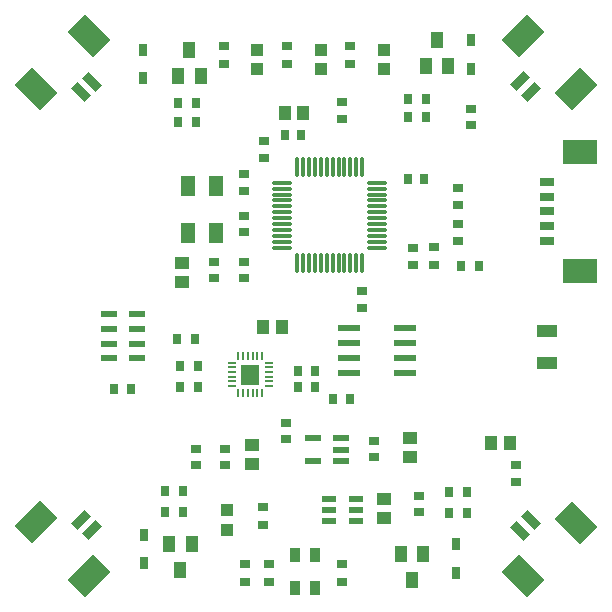
<source format=gtp>
G04*
G04 #@! TF.GenerationSoftware,Altium Limited,Altium Designer,18.1.1 (9)*
G04*
G04 Layer_Color=8421504*
%FSLAX23Y23*%
%MOIN*%
G70*
G01*
G75*
%ADD20R,0.067X0.043*%
%ADD21R,0.051X0.031*%
%ADD22R,0.118X0.083*%
%ADD23R,0.048X0.020*%
%ADD24R,0.047X0.071*%
G04:AMPARAMS|DCode=25|XSize=31mil|YSize=63mil|CornerRadius=0mil|HoleSize=0mil|Usage=FLASHONLY|Rotation=45.000|XOffset=0mil|YOffset=0mil|HoleType=Round|Shape=Rectangle|*
%AMROTATEDRECTD25*
4,1,4,0.011,-0.033,-0.033,0.011,-0.011,0.033,0.033,-0.011,0.011,-0.033,0.0*
%
%ADD25ROTATEDRECTD25*%

G04:AMPARAMS|DCode=26|XSize=83mil|YSize=118mil|CornerRadius=0mil|HoleSize=0mil|Usage=FLASHONLY|Rotation=45.000|XOffset=0mil|YOffset=0mil|HoleType=Round|Shape=Rectangle|*
%AMROTATEDRECTD26*
4,1,4,0.013,-0.071,-0.071,0.013,-0.013,0.071,0.071,-0.013,0.013,-0.071,0.0*
%
%ADD26ROTATEDRECTD26*%

G04:AMPARAMS|DCode=27|XSize=31mil|YSize=63mil|CornerRadius=0mil|HoleSize=0mil|Usage=FLASHONLY|Rotation=315.000|XOffset=0mil|YOffset=0mil|HoleType=Round|Shape=Rectangle|*
%AMROTATEDRECTD27*
4,1,4,-0.033,-0.011,0.011,0.033,0.033,0.011,-0.011,-0.033,-0.033,-0.011,0.0*
%
%ADD27ROTATEDRECTD27*%

G04:AMPARAMS|DCode=28|XSize=83mil|YSize=118mil|CornerRadius=0mil|HoleSize=0mil|Usage=FLASHONLY|Rotation=315.000|XOffset=0mil|YOffset=0mil|HoleType=Round|Shape=Rectangle|*
%AMROTATEDRECTD28*
4,1,4,-0.071,-0.013,0.013,0.071,0.071,0.013,-0.013,-0.071,-0.071,-0.013,0.0*
%
%ADD28ROTATEDRECTD28*%

%ADD29R,0.031X0.039*%
%ADD30R,0.039X0.055*%
%ADD31R,0.078X0.022*%
%ADD32R,0.053X0.022*%
%ADD33O,0.008X0.028*%
%ADD34O,0.028X0.008*%
%ADD35R,0.063X0.069*%
%ADD36R,0.052X0.021*%
%ADD37R,0.039X0.039*%
%ADD38O,0.071X0.012*%
%ADD39O,0.012X0.071*%
%ADD40R,0.051X0.039*%
%ADD41R,0.035X0.031*%
%ADD42R,0.035X0.028*%
%ADD43R,0.035X0.047*%
%ADD44R,0.031X0.035*%
%ADD45R,0.028X0.035*%
%ADD46R,0.039X0.051*%
D20*
X1787Y793D02*
D03*
Y900D02*
D03*
D21*
X1787Y1202D02*
D03*
Y1251D02*
D03*
Y1300D02*
D03*
Y1349D02*
D03*
Y1399D02*
D03*
D22*
X1898Y1499D02*
D03*
Y1101D02*
D03*
D23*
X1150Y341D02*
D03*
Y304D02*
D03*
Y267D02*
D03*
X1060D02*
D03*
Y304D02*
D03*
Y341D02*
D03*
D24*
X684Y1384D02*
D03*
Y1227D02*
D03*
X590D02*
D03*
Y1384D02*
D03*
D25*
X1733Y270D02*
D03*
X1698Y236D02*
D03*
X236Y1697D02*
D03*
X270Y1732D02*
D03*
D26*
X1885Y261D02*
D03*
X1708Y84D02*
D03*
X84Y1707D02*
D03*
X261Y1884D02*
D03*
D27*
X270Y238D02*
D03*
X236Y272D02*
D03*
X1698Y1734D02*
D03*
X1733Y1699D02*
D03*
D28*
X261Y86D02*
D03*
X84Y263D02*
D03*
X1708Y1886D02*
D03*
X1885Y1709D02*
D03*
D29*
X441Y1838D02*
D03*
Y1743D02*
D03*
X1535Y1775D02*
D03*
Y1870D02*
D03*
X446Y222D02*
D03*
Y128D02*
D03*
X1486Y96D02*
D03*
Y191D02*
D03*
D30*
X559Y1750D02*
D03*
X634D02*
D03*
X596Y1837D02*
D03*
X1384Y1785D02*
D03*
X1459D02*
D03*
X1421Y1872D02*
D03*
X603Y192D02*
D03*
X529D02*
D03*
X566Y105D02*
D03*
X1375Y158D02*
D03*
X1300D02*
D03*
X1338Y72D02*
D03*
D31*
X1128Y760D02*
D03*
Y810D02*
D03*
Y860D02*
D03*
Y910D02*
D03*
X1314D02*
D03*
Y860D02*
D03*
Y810D02*
D03*
Y760D02*
D03*
D32*
X1101Y469D02*
D03*
Y506D02*
D03*
Y543D02*
D03*
X1007Y469D02*
D03*
Y543D02*
D03*
D33*
X759Y695D02*
D03*
X775D02*
D03*
X791D02*
D03*
X807D02*
D03*
X822D02*
D03*
X838D02*
D03*
Y817D02*
D03*
X822D02*
D03*
X807D02*
D03*
X791D02*
D03*
X775D02*
D03*
X759D02*
D03*
D34*
X860Y717D02*
D03*
Y733D02*
D03*
Y749D02*
D03*
Y764D02*
D03*
Y780D02*
D03*
Y796D02*
D03*
X738D02*
D03*
Y780D02*
D03*
Y764D02*
D03*
Y749D02*
D03*
Y733D02*
D03*
Y717D02*
D03*
D35*
X799Y756D02*
D03*
D36*
X422Y810D02*
D03*
X328D02*
D03*
X422Y859D02*
D03*
Y908D02*
D03*
Y958D02*
D03*
X328D02*
D03*
Y908D02*
D03*
Y859D02*
D03*
D37*
X721Y237D02*
D03*
Y304D02*
D03*
X822Y1773D02*
D03*
Y1839D02*
D03*
X1033Y1773D02*
D03*
Y1839D02*
D03*
X1243Y1773D02*
D03*
Y1839D02*
D03*
D38*
X904Y1396D02*
D03*
Y1376D02*
D03*
Y1356D02*
D03*
Y1337D02*
D03*
Y1317D02*
D03*
Y1297D02*
D03*
Y1278D02*
D03*
Y1258D02*
D03*
Y1238D02*
D03*
Y1219D02*
D03*
Y1199D02*
D03*
Y1179D02*
D03*
X1222D02*
D03*
Y1199D02*
D03*
Y1219D02*
D03*
Y1238D02*
D03*
Y1258D02*
D03*
Y1278D02*
D03*
Y1297D02*
D03*
Y1317D02*
D03*
Y1337D02*
D03*
Y1356D02*
D03*
Y1376D02*
D03*
Y1396D02*
D03*
D39*
X955Y1128D02*
D03*
X974D02*
D03*
X994D02*
D03*
X1014D02*
D03*
X1033D02*
D03*
X1053D02*
D03*
X1073D02*
D03*
X1093D02*
D03*
X1112D02*
D03*
X1132D02*
D03*
X1152D02*
D03*
X1171D02*
D03*
Y1447D02*
D03*
X1152D02*
D03*
X1132D02*
D03*
X1112D02*
D03*
X1093D02*
D03*
X1073D02*
D03*
X1053D02*
D03*
X1033D02*
D03*
X1014D02*
D03*
X994D02*
D03*
X974D02*
D03*
X955D02*
D03*
D40*
X1243Y342D02*
D03*
Y279D02*
D03*
X1330Y544D02*
D03*
Y481D02*
D03*
X572Y1128D02*
D03*
Y1066D02*
D03*
X804Y520D02*
D03*
Y457D02*
D03*
D41*
X1684Y453D02*
D03*
Y398D02*
D03*
X1341Y1122D02*
D03*
Y1178D02*
D03*
X713Y508D02*
D03*
Y453D02*
D03*
X779Y1077D02*
D03*
Y1132D02*
D03*
X679D02*
D03*
Y1077D02*
D03*
X617Y453D02*
D03*
Y508D02*
D03*
X917Y596D02*
D03*
Y541D02*
D03*
X1210Y480D02*
D03*
Y535D02*
D03*
X779Y1230D02*
D03*
Y1286D02*
D03*
Y1423D02*
D03*
Y1367D02*
D03*
X1172Y979D02*
D03*
Y1034D02*
D03*
X845Y1534D02*
D03*
Y1478D02*
D03*
X1534Y1642D02*
D03*
Y1587D02*
D03*
X1360Y352D02*
D03*
Y297D02*
D03*
D42*
X1103Y64D02*
D03*
Y123D02*
D03*
X781D02*
D03*
Y64D02*
D03*
X860Y123D02*
D03*
Y64D02*
D03*
X1412Y1121D02*
D03*
Y1181D02*
D03*
X1106Y1666D02*
D03*
Y1607D02*
D03*
X1491Y1200D02*
D03*
Y1259D02*
D03*
X1492Y1379D02*
D03*
Y1320D02*
D03*
X840Y314D02*
D03*
Y255D02*
D03*
X710Y1850D02*
D03*
Y1791D02*
D03*
X920Y1850D02*
D03*
Y1791D02*
D03*
X1131Y1850D02*
D03*
Y1791D02*
D03*
D43*
X1015Y43D02*
D03*
Y153D02*
D03*
X948Y43D02*
D03*
Y153D02*
D03*
D44*
X1131Y675D02*
D03*
X1076D02*
D03*
X344Y708D02*
D03*
X400D02*
D03*
X959Y714D02*
D03*
X1014D02*
D03*
X1014Y769D02*
D03*
X959D02*
D03*
X1379Y1409D02*
D03*
X1323D02*
D03*
X913Y1555D02*
D03*
X969D02*
D03*
D45*
X1561Y1118D02*
D03*
X1502D02*
D03*
X615Y874D02*
D03*
X555D02*
D03*
X1461Y363D02*
D03*
X1520D02*
D03*
Y294D02*
D03*
X1461D02*
D03*
X574Y299D02*
D03*
X515D02*
D03*
Y369D02*
D03*
X574D02*
D03*
X618Y1662D02*
D03*
X559D02*
D03*
X558Y1597D02*
D03*
X617D02*
D03*
X1383Y1613D02*
D03*
X1324D02*
D03*
X1324Y1676D02*
D03*
X1383D02*
D03*
X566Y713D02*
D03*
X626D02*
D03*
X566Y784D02*
D03*
X626D02*
D03*
D46*
X1600Y528D02*
D03*
X1663D02*
D03*
X913Y1627D02*
D03*
X975D02*
D03*
X840Y915D02*
D03*
X903D02*
D03*
M02*

</source>
